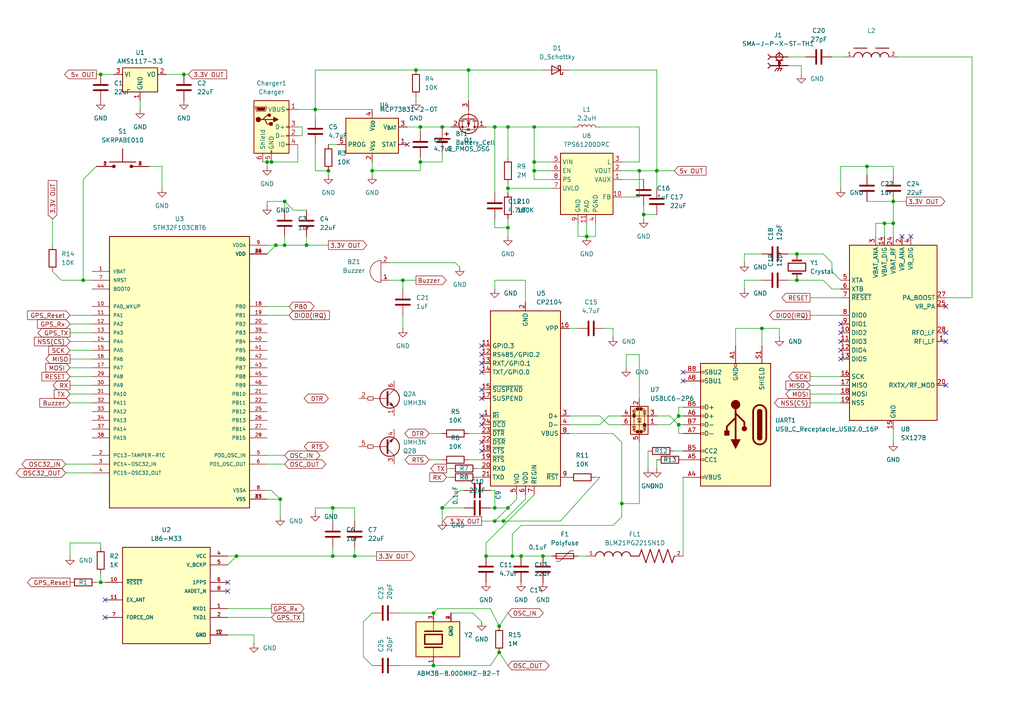
<source format=kicad_sch>
(kicad_sch (version 20250114) (generator "eeschema") (generator_version "9.0")
  (paper "A4")
  (junction (at 128.27 36.83))
  (junction (at 125.73 193.04))
  (junction (at 80.01 71.12))
  (junction (at 151.13 161.29))
  (junction (at 24.13 81.28))
  (junction (at 91.44 31.75))
  (junction (at 82.55 58.42))
  (junction (at 259.08 64.77))
  (junction (at 116.84 81.28))
  (junction (at 185.42 49.53))
  (junction (at 148.59 161.29))
  (junction (at 81.28 144.78))
  (junction (at 186.69 62.23))
  (junction (at 146.05 151.13))
  (junction (at 144.78 189.23))
  (junction (at 29.21 168.91))
  (junction (at 107.95 49.53))
  (junction (at 256.54 64.77))
  (junction (at 147.32 66.04))
  (junction (at 231.14 81.28))
  (junction (at 196.85 123.19))
  (junction (at 128.27 147.32))
  (junction (at 220.98 95.25))
  (junction (at 78.74 46.99))
  (junction (at 102.87 161.29))
  (junction (at 95.25 49.53))
  (junction (at 96.52 147.32))
  (junction (at 143.51 147.32))
  (junction (at 147.32 36.83))
  (junction (at 259.08 58.42))
  (junction (at 144.78 181.61))
  (junction (at 157.48 161.29))
  (junction (at 121.92 46.99))
  (junction (at 180.34 146.05))
  (junction (at 154.94 36.83))
  (junction (at 77.47 46.99))
  (junction (at 154.94 49.53))
  (junction (at 251.46 48.26))
  (junction (at 231.14 73.66))
  (junction (at 170.18 68.58))
  (junction (at 154.94 46.99))
  (junction (at 121.92 36.83))
  (junction (at 96.52 161.29))
  (junction (at 196.85 120.65))
  (junction (at 125.73 177.8))
  (junction (at 143.51 36.83))
  (junction (at 140.97 161.29))
  (junction (at 143.51 151.13))
  (junction (at 147.32 54.61))
  (junction (at 147.32 147.32))
  (junction (at 135.89 20.32))
  (junction (at 88.9 71.12))
  (junction (at 120.65 20.32))
  (junction (at 53.34 21.59))
  (junction (at 82.55 71.12))
  (junction (at 68.58 161.29))
  (junction (at 29.21 21.59))
  (junction (at 190.5 49.53))
  (no_connect (at 139.7 107.95))
  (no_connect (at 139.7 128.27))
  (no_connect (at 243.84 101.6))
  (no_connect (at 139.7 130.81))
  (no_connect (at 243.84 99.06))
  (no_connect (at 198.12 107.95))
  (no_connect (at 274.32 99.06))
  (no_connect (at 118.11 41.91))
  (no_connect (at 139.7 105.41))
  (no_connect (at 261.62 68.58))
  (no_connect (at 198.12 110.49))
  (no_connect (at 243.84 104.14))
  (no_connect (at 264.16 68.58))
  (no_connect (at 66.04 168.91))
  (no_connect (at 274.32 111.76))
  (no_connect (at 139.7 113.03))
  (no_connect (at 139.7 100.33))
  (no_connect (at 139.7 120.65))
  (no_connect (at 243.84 96.52))
  (no_connect (at 274.32 88.9))
  (no_connect (at 66.04 171.45))
  (no_connect (at 274.32 96.52))
  (no_connect (at 139.7 115.57))
  (no_connect (at 139.7 102.87))
  (no_connect (at 30.48 173.99))
  (no_connect (at 139.7 123.19))
  (no_connect (at 30.48 179.07))
  (no_connect (at 243.84 93.98))
  (wire (pts (xy 186.69 62.23) (xy 186.69 63.5)))
  (wire (pts (xy 196.85 118.11) (xy 196.85 120.65)))
  (wire (pts (xy 87.63 39.37) (xy 86.36 39.37)))
  (wire (pts (xy 147.32 66.04) (xy 147.32 68.58)))
  (wire (pts (xy 77.47 142.24) (xy 78.74 142.24)))
  (wire (pts (xy 73.66 186.69) (xy 73.66 184.15)))
  (wire (pts (xy 234.95 91.44) (xy 243.84 91.44)))
  (wire (pts (xy 226.06 97.79) (xy 226.06 95.25)))
  (wire (pts (xy 190.5 49.53) (xy 195.58 49.53)))
  (wire (pts (xy 102.87 147.32) (xy 102.87 151.13)))
  (wire (pts (xy 113.03 81.28) (xy 116.84 81.28)))
  (wire (pts (xy 27.94 168.91) (xy 29.21 168.91)))
  (wire (pts (xy 167.64 64.77) (xy 167.64 68.58)))
  (wire (pts (xy 154.94 46.99) (xy 154.94 49.53)))
  (wire (pts (xy 66.04 161.29) (xy 68.58 161.29)))
  (wire (pts (xy 142.24 176.53) (xy 144.78 181.61)))
  (wire (pts (xy 140.97 36.83) (xy 143.51 36.83)))
  (wire (pts (xy 143.51 66.04) (xy 147.32 66.04)))
  (wire (pts (xy 91.44 41.91) (xy 91.44 49.53)))
  (wire (pts (xy 20.32 157.48) (xy 29.21 157.48)))
  (wire (pts (xy 80.01 71.12) (xy 82.55 71.12)))
  (wire (pts (xy 20.32 101.6) (xy 26.67 101.6)))
  (wire (pts (xy 80.01 71.12) (xy 77.47 73.66)))
  (wire (pts (xy 172.72 64.77) (xy 172.72 68.58)))
  (wire (pts (xy 190.5 133.35) (xy 190.5 135.89)))
  (wire (pts (xy 274.32 86.36) (xy 281.94 86.36)))
  (wire (pts (xy 215.9 73.66) (xy 220.98 73.66)))
  (wire (pts (xy 241.3 16.51) (xy 245.11 16.51)))
  (wire (pts (xy 234.95 86.36) (xy 243.84 86.36)))
  (wire (pts (xy 241.3 76.2) (xy 241.3 78.74)))
  (wire (pts (xy 95.25 50.8) (xy 95.25 49.53)))
  (wire (pts (xy 120.65 29.21) (xy 120.65 27.94)))
  (wire (pts (xy 86.36 36.83) (xy 87.63 36.83)))
  (wire (pts (xy 185.42 102.87) (xy 185.42 115.57)))
  (wire (pts (xy 143.51 81.28) (xy 152.4 81.28)))
  (wire (pts (xy 121.92 36.83) (xy 128.27 36.83)))
  (wire (pts (xy 135.89 125.73) (xy 139.7 125.73)))
  (wire (pts (xy 20.32 93.98) (xy 26.67 93.98)))
  (wire (pts (xy 140.97 161.29) (xy 140.97 157.48)))
  (wire (pts (xy 78.74 142.24) (xy 81.28 144.78)))
  (wire (pts (xy 196.85 120.65) (xy 198.12 120.65)))
  (wire (pts (xy 190.5 62.23) (xy 186.69 62.23)))
  (wire (pts (xy 27.94 21.59) (xy 29.21 21.59)))
  (wire (pts (xy 96.52 161.29) (xy 102.87 161.29)))
  (wire (pts (xy 259.08 48.26) (xy 259.08 50.8)))
  (wire (pts (xy 107.95 193.04) (xy 105.41 190.5)))
  (wire (pts (xy 143.51 63.5) (xy 143.51 66.04)))
  (wire (pts (xy 128.27 46.99) (xy 121.92 46.99)))
  (wire (pts (xy 40.64 31.75) (xy 40.64 29.21)))
  (wire (pts (xy 19.05 134.62) (xy 26.67 134.62)))
  (wire (pts (xy 160.02 46.99) (xy 154.94 46.99)))
  (wire (pts (xy 20.32 109.22) (xy 26.67 109.22)))
  (wire (pts (xy 26.67 81.28) (xy 24.13 81.28)))
  (wire (pts (xy 102.87 158.75) (xy 102.87 161.29)))
  (wire (pts (xy 147.32 147.32) (xy 149.86 144.78)))
  (wire (pts (xy 91.44 147.32) (xy 96.52 147.32)))
  (wire (pts (xy 87.63 36.83) (xy 87.63 39.37)))
  (wire (pts (xy 165.1 95.25) (xy 167.64 95.25)))
  (wire (pts (xy 24.13 52.07) (xy 27.94 48.26)))
  (wire (pts (xy 190.5 123.19) (xy 194.31 123.19)))
  (wire (pts (xy 215.9 81.28) (xy 220.98 81.28)))
  (wire (pts (xy 152.4 81.28) (xy 152.4 87.63)))
  (wire (pts (xy 232.41 19.05) (xy 228.6 19.05)))
  (wire (pts (xy 135.89 20.32) (xy 135.89 29.21)))
  (wire (pts (xy 256.54 64.77) (xy 259.08 64.77)))
  (wire (pts (xy 125.73 193.04) (xy 142.24 193.04)))
  (wire (pts (xy 77.47 132.08) (xy 82.55 132.08)))
  (wire (pts (xy 137.16 177.8) (xy 139.7 180.34)))
  (wire (pts (xy 91.44 49.53) (xy 95.25 49.53)))
  (wire (pts (xy 142.24 147.32) (xy 143.51 147.32)))
  (wire (pts (xy 107.95 46.99) (xy 107.95 49.53)))
  (wire (pts (xy 102.87 161.29) (xy 109.22 161.29)))
  (wire (pts (xy 29.21 157.48) (xy 29.21 158.75)))
  (wire (pts (xy 77.47 91.44) (xy 83.82 91.44)))
  (wire (pts (xy 116.84 81.28) (xy 120.65 81.28)))
  (wire (pts (xy 185.42 46.99) (xy 185.42 36.83)))
  (wire (pts (xy 143.51 36.83) (xy 147.32 36.83)))
  (wire (pts (xy 231.14 73.66) (xy 238.76 73.66)))
  (wire (pts (xy 234.95 109.22) (xy 243.84 109.22)))
  (wire (pts (xy 180.34 146.05) (xy 185.42 146.05)))
  (wire (pts (xy 259.08 124.46) (xy 259.08 128.27)))
  (wire (pts (xy 148.59 161.29) (xy 151.13 161.29)))
  (wire (pts (xy 143.51 36.83) (xy 143.51 55.88)))
  (wire (pts (xy 20.32 96.52) (xy 26.67 96.52)))
  (wire (pts (xy 181.61 106.68) (xy 181.61 102.87)))
  (wire (pts (xy 147.32 63.5) (xy 147.32 66.04)))
  (wire (pts (xy 165.1 20.32) (xy 190.5 20.32)))
  (wire (pts (xy 88.9 60.96) (xy 85.09 60.96)))
  (wire (pts (xy 128.27 44.45) (xy 128.27 46.99)))
  (wire (pts (xy 148.59 161.29) (xy 148.59 154.94)))
  (wire (pts (xy 73.66 184.15) (xy 66.04 184.15)))
  (wire (pts (xy 118.11 36.83) (xy 121.92 36.83)))
  (wire (pts (xy 228.6 81.28) (xy 231.14 81.28)))
  (wire (pts (xy 160.02 54.61) (xy 147.32 54.61)))
  (wire (pts (xy 77.47 59.69) (xy 77.47 58.42)))
  (wire (pts (xy 105.41 180.34) (xy 107.95 177.8)))
  (wire (pts (xy 195.58 130.81) (xy 198.12 130.81)))
  (wire (pts (xy 127 176.53) (xy 125.73 177.8)))
  (wire (pts (xy 196.85 123.19) (xy 194.31 120.65)))
  (wire (pts (xy 81.28 149.86) (xy 81.28 144.78)))
  (wire (pts (xy 143.51 151.13) (xy 146.05 151.13)))
  (wire (pts (xy 147.32 177.8) (xy 144.78 181.61)))
  (wire (pts (xy 148.59 154.94) (xy 151.13 152.4)))
  (wire (pts (xy 107.95 49.53) (xy 121.92 49.53)))
  (wire (pts (xy 180.34 57.15) (xy 185.42 57.15)))
  (wire (pts (xy 91.44 20.32) (xy 91.44 31.75)))
  (wire (pts (xy 20.32 106.68) (xy 26.67 106.68)))
  (wire (pts (xy 147.32 45.72) (xy 147.32 36.83)))
  (wire (pts (xy 187.96 130.81) (xy 187.96 135.89)))
  (wire (pts (xy 85.09 60.96) (xy 82.55 58.42)))
  (wire (pts (xy 190.5 54.61) (xy 190.5 49.53)))
  (wire (pts (xy 91.44 31.75) (xy 91.44 34.29)))
  (wire (pts (xy 77.47 46.99) (xy 77.47 48.26)))
  (wire (pts (xy 154.94 36.83) (xy 166.37 36.83)))
  (wire (pts (xy 228.6 73.66) (xy 231.14 73.66)))
  (wire (pts (xy 77.47 144.78) (xy 81.28 144.78)))
  (wire (pts (xy 165.1 120.65) (xy 173.99 120.65)))
  (wire (pts (xy 198.12 138.43) (xy 198.12 161.29)))
  (wire (pts (xy 185.42 128.27) (xy 185.42 146.05)))
  (wire (pts (xy 143.51 142.24) (xy 143.51 147.32)))
  (wire (pts (xy 186.69 59.69) (xy 186.69 62.23)))
  (wire (pts (xy 260.35 16.51) (xy 281.94 16.51)))
  (wire (pts (xy 234.95 111.76) (xy 243.84 111.76)))
  (wire (pts (xy 68.58 161.29) (xy 96.52 161.29)))
  (wire (pts (xy 143.51 83.82) (xy 143.51 81.28)))
  (wire (pts (xy 162.56 151.13) (xy 173.99 138.43)))
  (wire (pts (xy 154.94 49.53) (xy 154.94 52.07)))
  (wire (pts (xy 46.99 48.26) (xy 46.99 54.61)))
  (wire (pts (xy 220.98 95.25) (xy 220.98 100.33)))
  (wire (pts (xy 181.61 102.87) (xy 185.42 102.87)))
  (wire (pts (xy 105.41 180.34) (xy 105.41 190.5)))
  (wire (pts (xy 29.21 166.37) (xy 29.21 168.91)))
  (wire (pts (xy 234.95 114.3) (xy 243.84 114.3)))
  (wire (pts (xy 29.21 168.91) (xy 30.48 168.91)))
  (wire (pts (xy 231.14 81.28) (xy 238.76 81.28)))
  (wire (pts (xy 180.34 128.27) (xy 177.8 125.73)))
  (wire (pts (xy 68.58 161.29) (xy 66.04 163.83)))
  (wire (pts (xy 251.46 48.26) (xy 251.46 50.8)))
  (wire (pts (xy 232.41 19.05) (xy 232.41 21.59)))
  (wire (pts (xy 77.47 134.62) (xy 82.55 134.62)))
  (wire (pts (xy 95.25 41.91) (xy 97.79 41.91)))
  (wire (pts (xy 251.46 58.42) (xy 259.08 58.42)))
  (wire (pts (xy 139.7 151.13) (xy 143.51 151.13)))
  (wire (pts (xy 135.89 133.35) (xy 139.7 133.35)))
  (wire (pts (xy 29.21 21.59) (xy 33.02 21.59)))
  (wire (pts (xy 121.92 36.83) (xy 121.92 38.1)))
  (wire (pts (xy 24.13 81.28) (xy 24.13 52.07)))
  (wire (pts (xy 243.84 48.26) (xy 251.46 48.26)))
  (wire (pts (xy 147.32 54.61) (xy 147.32 53.34)))
  (wire (pts (xy 180.34 49.53) (xy 185.42 49.53)))
  (wire (pts (xy 213.36 95.25) (xy 220.98 95.25)))
  (wire (pts (xy 173.99 123.19) (xy 176.53 120.65)))
  (wire (pts (xy 129.54 138.43) (xy 130.81 138.43)))
  (wire (pts (xy 177.8 95.25) (xy 175.26 95.25)))
  (wire (pts (xy 241.3 83.82) (xy 243.84 83.82)))
  (wire (pts (xy 256.54 64.77) (xy 256.54 68.58)))
  (wire (pts (xy 165.1 125.73) (xy 177.8 125.73)))
  (wire (pts (xy 215.9 76.2) (xy 215.9 73.66)))
  (wire (pts (xy 173.99 120.65) (xy 176.53 123.19)))
  (wire (pts (xy 128.27 36.83) (xy 130.81 36.83)))
  (wire (pts (xy 152.4 144.78) (xy 152.4 143.51)))
  (wire (pts (xy 151.13 161.29) (xy 157.48 161.29)))
  (wire (pts (xy 77.47 71.12) (xy 80.01 71.12)))
  (wire (pts (xy 142.24 193.04) (xy 144.78 189.23)))
  (wire (pts (xy 121.92 46.99) (xy 121.92 49.53)))
  (wire (pts (xy 157.48 161.29) (xy 160.02 161.29)))
  (wire (pts (xy 66.04 176.53) (xy 78.74 176.53)))
  (wire (pts (xy 46.99 48.26) (xy 43.18 48.26)))
  (wire (pts (xy 128.27 147.32) (xy 134.62 147.32)))
  (wire (pts (xy 19.05 137.16) (xy 26.67 137.16)))
  (wire (pts (xy 190.5 20.32) (xy 190.5 49.53)))
  (wire (pts (xy 107.95 31.75) (xy 91.44 31.75)))
  (wire (pts (xy 198.12 123.19) (xy 196.85 123.19)))
  (wire (pts (xy 24.13 81.28) (xy 17.78 81.28)))
  (wire (pts (xy 151.13 152.4) (xy 177.8 152.4)))
  (wire (pts (xy 20.32 99.06) (xy 26.67 99.06)))
  (wire (pts (xy 115.57 177.8) (xy 125.73 177.8)))
  (wire (pts (xy 251.46 48.26) (xy 259.08 48.26)))
  (wire (pts (xy 143.51 151.13) (xy 147.32 147.32)))
  (wire (pts (xy 196.85 123.19) (xy 196.85 125.73)))
  (wire (pts (xy 129.54 135.89) (xy 130.81 135.89)))
  (wire (pts (xy 124.46 125.73) (xy 128.27 125.73)))
  (wire (pts (xy 160.02 49.53) (xy 154.94 49.53)))
  (wire (pts (xy 86.36 31.75) (xy 91.44 31.75)))
  (wire (pts (xy 281.94 16.51) (xy 281.94 86.36)))
  (wire (pts (xy 134.62 142.24) (xy 133.35 142.24)))
  (wire (pts (xy 228.6 16.51) (xy 233.68 16.51)))
  (wire (pts (xy 113.03 76.2) (xy 132.08 76.2)))
  (wire (pts (xy 20.32 114.3) (xy 26.67 114.3)))
  (wire (pts (xy 82.55 68.58) (xy 82.55 71.12)))
  (wire (pts (xy 234.95 116.84) (xy 243.84 116.84)))
  (wire (pts (xy 20.32 104.14) (xy 26.67 104.14)))
  (wire (pts (xy 140.97 161.29) (xy 148.59 161.29)))
  (wire (pts (xy 96.52 158.75) (xy 96.52 161.29)))
  (wire (pts (xy 146.05 151.13) (xy 162.56 151.13)))
  (wire (pts (xy 82.55 71.12) (xy 88.9 71.12)))
  (wire (pts (xy 53.34 21.59) (xy 54.61 21.59)))
  (wire (pts (xy 116.84 91.44) (xy 116.84 95.25)))
  (wire (pts (xy 133.35 142.24) (xy 128.27 147.32)))
  (wire (pts (xy 143.51 142.24) (xy 142.24 142.24)))
  (wire (pts (xy 196.85 120.65) (xy 194.31 123.19)))
  (wire (pts (xy 215.9 83.82) (xy 215.9 81.28)))
  (wire (pts (xy 20.32 111.76) (xy 26.67 111.76)))
  (wire (pts (xy 147.32 193.04) (xy 144.78 189.23)))
  (wire (pts (xy 127 176.53) (xy 142.24 176.53)))
  (wire (pts (xy 135.89 20.32) (xy 157.48 20.32)))
  (wire (pts (xy 180.34 146.05) (xy 180.34 149.86)))
  (wire (pts (xy 15.24 63.5) (xy 15.24 71.12)))
  (wire (pts (xy 165.1 123.19) (xy 173.99 123.19)))
  (wire (pts (xy 138.43 138.43) (xy 139.7 138.43)))
  (wire (pts (xy 88.9 68.58) (xy 88.9 71.12)))
  (wire (pts (xy 96.52 147.32) (xy 96.52 151.13)))
  (wire (pts (xy 132.08 76.2) (xy 133.35 77.47)))
  (wire (pts (xy 185.42 49.53) (xy 190.5 49.53)))
  (wire (pts (xy 76.2 46.99) (xy 77.47 46.99)))
  (wire (pts (xy 107.95 49.53) (xy 107.95 50.8)))
  (wire (pts (xy 96.52 147.32) (xy 102.87 147.32)))
  (wire (pts (xy 259.08 64.77) (xy 259.08 68.58)))
  (wire (pts (xy 176.53 120.65) (xy 180.34 120.65)))
  (wire (pts (xy 78.74 46.99) (xy 77.47 46.99)))
  (wire (pts (xy 185.42 46.99) (xy 180.34 46.99)))
  (wire (pts (xy 241.3 78.74) (xy 243.84 81.28)))
  (wire (pts (xy 154.94 36.83) (xy 154.94 46.99)))
  (wire (pts (xy 238.76 81.28) (xy 241.3 83.82)))
  (wire (pts (xy 147.32 54.61) (xy 147.32 55.88)))
  (wire (pts (xy 88.9 71.12) (xy 95.25 71.12)))
  (wire (pts (xy 128.27 151.13) (xy 128.27 147.32)))
  (wire (pts (xy 124.46 133.35) (xy 128.27 133.35)))
  (wire (pts (xy 120.65 20.32) (xy 91.44 20.32)))
  (wire (pts (xy 259.08 58.42) (xy 262.89 58.42)))
  (wire (pts (xy 172.72 68.58) (xy 170.18 68.58)))
  (wire (pts (xy 86.36 46.99) (xy 78.74 46.99)))
  (wire (pts (xy 149.86 144.78) (xy 149.86 143.51)))
  (wire (pts (xy 20.32 116.84) (xy 26.67 116.84)))
  (wire (pts (xy 86.36 41.91) (xy 86.36 46.99)))
  (wire (pts (xy 180.34 52.07) (xy 186.69 52.07)))
  (wire (pts (xy 115.57 193.04) (xy 125.73 193.04)))
  (wire (pts (xy 226.06 95.25) (xy 220.98 95.25)))
  (wire (pts (xy 20.32 91.44) (xy 26.67 91.44)))
  (wire (pts (xy 77.47 58.42) (xy 82.55 58.42)))
  (wire (pts (xy 176.53 123.19) (xy 180.34 123.19)))
  (wire (pts (xy 254 64.77) (xy 254 68.58)))
  (wire (pts (xy 116.84 83.82) (xy 116.84 81.28)))
  (wire (pts (xy 177.8 97.79) (xy 177.8 95.25)))
  (wire (pts (xy 143.51 147.32) (xy 147.32 147.32)))
  (wire (pts (xy 130.81 177.8) (xy 137.16 177.8)))
  (wire (pts (xy 120.65 20.32) (xy 135.89 20.32)))
  (wire (pts (xy 185.42 57.15) (xy 185.42 49.53)))
  (wire (pts (xy 170.18 64.77) (xy 170.18 68.58)))
  (wire (pts (xy 167.64 68.58) (xy 170.18 68.58)))
  (wire (pts (xy 173.99 138.43) (xy 172.72 138.43)))
  (wire (pts (xy 140.97 157.48) (xy 154.94 143.51)))
  (wire (pts (xy 160.02 52.07) (xy 154.94 52.07)))
  (wire (pts (xy 254 64.77) (xy 256.54 64.77)))
  (wire (pts (xy 177.8 152.4) (xy 180.34 149.86)))
  (wire (pts (xy 48.26 21.59) (xy 53.34 21.59)))
  (wire (pts (xy 147.32 36.83) (xy 154.94 36.83)))
  (wire (pts (xy 238.76 73.66) (xy 241.3 76.2)))
  (wire (pts (xy 91.44 147.32) (xy 91.44 148.59)))
  (wire (pts (xy 77.47 88.9) (xy 83.82 88.9)))
  (wire (pts (xy 213.36 95.25) (xy 213.36 100.33)))
  (wire (pts (xy 82.55 58.42) (xy 82.55 60.96)))
  (wire (pts (xy 17.78 81.28) (xy 15.24 78.74)))
  (wire (pts (xy 138.43 135.89) (xy 139.7 135.89)))
  (wire (pts (xy 121.92 45.72) (xy 121.92 46.99)))
  (wire (pts (xy 20.32 161.29) (xy 20.32 157.48)))
  (wire (pts (xy 66.04 179.07) (xy 78.74 179.07)))
  (wire (pts (xy 196.85 125.73) (xy 198.12 125.73)))
  (wire (pts (xy 146.05 151.13) (xy 152.4 144.78)))
  (wire (pts (xy 259.08 58.42) (xy 259.08 64.77)))
  (wire (pts (xy 243.84 54.61) (xy 243.84 48.26)))
  (wire (pts (xy 185.42 36.83) (xy 173.99 36.83)))
  (wire (pts (xy 180.34 128.27) (xy 180.34 146.05)))
  (wire (pts (xy 196.85 118.11) (xy 198.12 118.11)))
  (wire (pts (xy 167.64 161.29) (xy 170.18 161.29)))
  (wire (pts (xy 190.5 120.65) (xy 194.31 120.65)))
  (global_label "OSC32_IN" (shape bidirectional) (at 19.05 134.62 180) (property "Intersheetrefs" "${INTERSHEET_REFS}" (effects (hide yes))))
  (global_label "GPS_TX" (shape input) (at 78.74 179.07 0) (property "Intersheetrefs" "${INTERSHEET_REFS}" (effects (hide yes))))
  (global_label "5v OUT" (shape input) (at 195.58 49.53 0) (property "Intersheetrefs" "${INTERSHEET_REFS}" (effects (hide yes))))
  (global_label "SCK" (shape output) (at 234.95 109.22 180) (property "Intersheetrefs" "${INTERSHEET_REFS}" (effects (hide yes))))
  (global_label "GPS_TX" (shape output) (at 20.32 96.52 180) (property "Intersheetrefs" "${INTERSHEET_REFS}" (effects (hide yes))))
  (global_label "5v OUT" (shape output) (at 27.94 21.59 180) (property "Intersheetrefs" "${INTERSHEET_REFS}" (effects (hide yes))))
  (global_label "3.3V OUT" (shape output) (at 139.7 151.13 180) (property "Intersheetrefs" "${INTERSHEET_REFS}" (effects (hide yes))))
  (global_label "RTS" (shape bidirectional) (at 95.25 129.54 180) (property "Intersheetrefs" "${INTERSHEET_REFS}" (effects (hide yes))))
  (global_label "DIO0(IRQ)" (shape input) (at 83.82 91.44 0) (property "Intersheetrefs" "${INTERSHEET_REFS}" (effects (hide yes))))
  (global_label "MOSI" (shape output) (at 234.95 114.3 180) (property "Intersheetrefs" "${INTERSHEET_REFS}" (effects (hide yes))))
  (global_label "GPS_Rx" (shape output) (at 78.74 176.53 0) (property "Intersheetrefs" "${INTERSHEET_REFS}" (effects (hide yes))))
  (global_label "3.3V OUT" (shape input) (at 15.24 63.5 90) (property "Intersheetrefs" "${INTERSHEET_REFS}" (effects (hide yes))))
  (global_label "OSC_IN" (shape bidirectional) (at 82.55 132.08 0) (property "Intersheetrefs" "${INTERSHEET_REFS}" (effects (hide yes))))
  (global_label "TX" (shape input) (at 20.32 114.3 180) (property "Intersheetrefs" "${INTERSHEET_REFS}" (effects (hide yes))))
  (global_label "RESET" (shape input) (at 20.32 109.22 180) (property "Intersheetrefs" "${INTERSHEET_REFS}" (effects (hide yes))))
  (global_label "PB0" (shape bidirectional) (at 83.82 88.9 0) (property "Intersheetrefs" "${INTERSHEET_REFS}" (effects (hide yes))))
  (global_label "3.3V OUT" (shape output) (at 109.22 161.29 0) (property "Intersheetrefs" "${INTERSHEET_REFS}" (effects (hide yes))))
  (global_label "3.3V OUT" (shape input) (at 54.61 21.59 0) (property "Intersheetrefs" "${INTERSHEET_REFS}" (effects (hide yes))))
  (global_label "OSC_IN" (shape bidirectional) (at 147.32 177.8 0) (property "Intersheetrefs" "${INTERSHEET_REFS}" (effects (hide yes))))
  (global_label "RX" (shape output) (at 20.32 111.76 180) (property "Intersheetrefs" "${INTERSHEET_REFS}" (effects (hide yes))))
  (global_label "Buzzer" (shape output) (at 120.65 81.28 0) (property "Intersheetrefs" "${INTERSHEET_REFS}" (effects (hide yes))))
  (global_label "OSC_OUT" (shape bidirectional) (at 82.55 134.62 0) (property "Intersheetrefs" "${INTERSHEET_REFS}" (effects (hide yes))))
  (global_label "SCK" (shape input) (at 20.32 101.6 180) (property "Intersheetrefs" "${INTERSHEET_REFS}" (effects (hide yes))))
  (global_label "MOSI" (shape input) (at 20.32 106.68 180) (property "Intersheetrefs" "${INTERSHEET_REFS}" (effects (hide yes))))
  (global_label "GPS_Reset" (shape input) (at 20.32 91.44 180) (property "Intersheetrefs" "${INTERSHEET_REFS}" (effects (hide yes))))
  (global_label "MISO" (shape input) (at 234.95 111.76 180) (property "Intersheetrefs" "${INTERSHEET_REFS}" (effects (hide yes))))
  (global_label "DTR" (shape bidirectional) (at 124.46 125.73 180) (property "Intersheetrefs" "${INTERSHEET_REFS}" (effects (hide yes))))
  (global_label "GPS_Reset" (shape output) (at 20.32 168.91 180) (property "Intersheetrefs" "${INTERSHEET_REFS}" (effects (hide yes))))
  (global_label "OSC_OUT" (shape bidirectional) (at 147.32 193.04 0) (property "Intersheetrefs" "${INTERSHEET_REFS}" (effects (hide yes))))
  (global_label "Buzzer" (shape input) (at 20.32 116.84 180) (property "Intersheetrefs" "${INTERSHEET_REFS}" (effects (hide yes))))
  (global_label "RTS" (shape bidirectional) (at 124.46 133.35 180) (property "Intersheetrefs" "${INTERSHEET_REFS}" (effects (hide yes))))
  (global_label "TX" (shape output) (at 129.54 135.89 180) (property "Intersheetrefs" "${INTERSHEET_REFS}" (effects (hide yes))))
  (global_label "DIO0(IRQ)" (shape output) (at 234.95 91.44 180) (property "Intersheetrefs" "${INTERSHEET_REFS}" (effects (hide yes))))
  (global_label "NSS(CS)" (shape input) (at 20.32 99.06 180) (property "Intersheetrefs" "${INTERSHEET_REFS}" (effects (hide yes))))
  (global_label "RX" (shape input) (at 129.54 138.43 180) (property "Intersheetrefs" "${INTERSHEET_REFS}" (effects (hide yes))))
  (global_label "GPS_Rx" (shape input) (at 20.32 93.98 180) (property "Intersheetrefs" "${INTERSHEET_REFS}" (effects (hide yes))))
  (global_label "MISO" (shape output) (at 20.32 104.14 180) (property "Intersheetrefs" "${INTERSHEET_REFS}" (effects (hide yes))))
  (global_label "OSC32_OUT" (shape bidirectional) (at 19.05 137.16 180) (property "Intersheetrefs" "${INTERSHEET_REFS}" (effects (hide yes))))
  (global_label "3.3V OUT" (shape output) (at 262.89 58.42 0) (property "Intersheetrefs" "${INTERSHEET_REFS}" (effects (hide yes))))
  (global_label "RESET" (shape output) (at 234.95 86.36 180) (property "Intersheetrefs" "${INTERSHEET_REFS}" (effects (hide yes))))
  (global_label "DTR" (shape bidirectional) (at 95.25 115.57 180) (property "Intersheetrefs" "${INTERSHEET_REFS}" (effects (hide yes))))
  (global_label "NSS(CS)" (shape output) (at 234.95 116.84 180) (property "Intersheetrefs" "${INTERSHEET_REFS}" (effects (hide yes))))
  (global_label "3.3V OUT" (shape output) (at 95.25 71.12 0) (property "Intersheetrefs" "${INTERSHEET_REFS}" (effects (hide yes))))
  (symbol (lib_id "power:GND") (at 151.13 168.91 0) (unit 1)
    (property "Reference" "#PWR019" (effects (hide yes)))
    (property "Value" "GND" (at 151.13 173.99 0))
    (property "Description" "Power symbol creates a global label with name \"GND\" , ground" (effects (hide yes)))
  )
  (symbol (lib_id "power:GND") (at 77.47 48.26 0) (unit 1)
    (property "Reference" "#PWR06" (effects (hide yes)))
    (property "Value" "GND" (at 77.47 53.34 0))
    (property "Description" "Power symbol creates a global label with name \"GND\" , ground" (effects (hide yes)))
  )
  (symbol (lib_id "Device:R") (at 191.77 130.81 90) (unit 1)
    (property "Reference" "R12" (at 191.77 130.81 90))
    (property "Value" "5.1K" (effects (hide yes)))
    (property "Footprint" "Resistor_SMD:R_0402_1005Metric" (effects (hide yes)))
    (property "Description" "Resistor" (effects (hide yes)))
  )
  (symbol (lib_id "Device:C") (at 138.43 142.24 270) (unit 1)
    (property "Reference" "C9" (at 144.526 142.24 0) (effects (justify left)))
    (property "Value" "0.1uF" (at 132.08 140.97 0) (effects (justify left)))
    (property "Footprint" "Capacitor_SMD:C_0603_1608Metric" (effects (hide yes)))
    (property "Description" "Unpolarized capacitor" (effects (hide yes)))
  )
  (symbol (lib_id "WE-TPC_2811:WE-TPC_2811") (at 252.73 16.51 0) (unit 1)
    (property "Reference" "L2" (at 252.73 8.89 0))
    (property "Value" "WE-TPC_2811" (effects (hide yes)))
    (property "Footprint" "WE-TPC_2811:WE-TPC_2811" (effects (hide yes)))
    (property "DigiKey_Part_Number" "732-3694-2-ND" (effects (hide yes)))
    (property "SnapEDA_Link" "https://www.snapeda.com/parts/744028000056/W%25C3%25BCrth+Elektronik+Midcom/view-part/?ref=snap" (effects (hide yes)))
    (property "Description_1" "WE-TPC Series; Shielded Wire-wound SMD Inductor with Ferrite Core, 56 nH | Wurth Electronics 744028000056" (effects (hide yes)))
    (property "MF" "Würth Elektronik" (effects (hide yes)))
    (property "Package" "Nonstandard Wurth Electronics" (effects (hide yes)))
    (property "Check_prices" "https://www.snapeda.com/parts/744028000056/W%25C3%25BCrth+Elektronik+Midcom/view-part/?ref=eda" (effects (hide yes)))
    (property "MP" "744028000056" (effects (hide yes)))
  )
  (symbol (lib_id "Device:R") (at 132.08 133.35 90) (unit 1)
    (property "Reference" "R6" (at 132.08 127 90))
    (property "Value" "10K" (at 132.08 129.54 90))
    (property "Footprint" "Resistor_SMD:R_0603_1608Metric" (effects (hide yes)))
    (property "Description" "Resistor" (effects (hide yes)))
  )
  (symbol (lib_id "power:GND") (at 143.51 83.82 0) (unit 1)
    (property "Reference" "#PWR020" (effects (hide yes)))
    (property "Value" "GND" (at 146.05 85.0899 0) (effects (justify left)))
    (property "Description" "Power symbol creates a global label with name \"GND\" , ground" (effects (hide yes)))
  )
  (symbol (lib_id "power:GND") (at 133.35 77.47 0) (unit 1)
    (property "Reference" "#PWR035" (effects (hide yes)))
    (property "Value" "GND" (at 133.35 82.55 0))
    (property "Description" "Power symbol creates a global label with name \"GND\" , ground" (effects (hide yes)))
  )
  (symbol (lib_id "Device:C") (at 143.51 59.69 0) (unit 1)
    (property "Reference" "C12" (at 147.32 58.4199 0) (effects (justify left)))
    (property "Value" "4.7uF" (at 147.32 60.9599 0) (effects (justify left)))
    (property "Footprint" "Capacitor_SMD:C_0603_1608Metric" (effects (hide yes)))
    (property "Description" "Unpolarized capacitor" (effects (hide yes)))
  )
  (symbol (lib_id "power:GND") (at 187.96 135.89 0) (unit 1)
    (property "Reference" "#PWR026" (effects (hide yes)))
    (property "Value" "GND" (at 187.96 140.97 0))
    (property "Description" "Power symbol creates a global label with name \"GND\" , ground" (effects (hide yes)))
  )
  (symbol (lib_id "BLM21PG221SN1D:BLM21PG221SN1D") (at 185.42 161.29 0) (unit 1)
    (property "Reference" "FL1" (at 184.15 154.94 0))
    (property "Value" "BLM21PG221SN1D" (at 184.15 157.48 0))
    (property "Footprint" "BLM21PG221SN1D:BEADC2012X105N" (effects (hide yes)))
    (property "MF" "Murata" (effects (hide yes)))
    (property "Description_1" "220 Ohms @ 100 MHz 1 Power Line Ferrite Bead 0805 (2012 Metric) 2A 45mOhm" (effects (hide yes)))
    (property "Package" "2012 Murata" (effects (hide yes)))
    (property "Price" "None" (effects (hide yes)))
    (property "SnapEDA_Link" "https://www.snapeda.com/parts/BLM21PG221SN1D/Murata/view-part/?ref=snap" (effects (hide yes)))
    (property "MP" "BLM21PG221SN1D" (effects (hide yes)))
    (property "Availability" "In Stock" (effects (hide yes)))
    (property "Check_prices" "https://www.snapeda.com/parts/BLM21PG221SN1D/Murata/view-part/?ref=eda" (effects (hide yes)))
  )
  (symbol (lib_id "power:GND") (at 77.47 59.69 0) (unit 1)
    (property "Reference" "#PWR07" (effects (hide yes)))
    (property "Value" "GND" (at 80.01 60.9599 0) (effects (justify left)))
    (property "Description" "Power symbol creates a global label with name \"GND\" , ground" (effects (hide yes)))
  )
  (symbol (lib_id "Device:R") (at 132.08 125.73 90) (unit 1)
    (property "Reference" "R5" (at 132.08 119.38 90))
    (property "Value" "10K" (at 132.08 121.92 90))
    (property "Footprint" "Resistor_SMD:R_0603_1608Metric" (effects (hide yes)))
    (property "Description" "Resistor" (effects (hide yes)))
  )
  (symbol (lib_id "Device:C") (at 88.9 64.77 0) (unit 1)
    (property "Reference" "C4" (at 92.71 63.4999 0) (effects (justify left)))
    (property "Value" "22uF" (at 92.71 66.0399 0) (effects (justify left)))
    (property "Footprint" "Capacitor_SMD:C_0805_2012Metric" (effects (hide yes)))
    (property "Description" "Unpolarized capacitor" (effects (hide yes)))
  )
  (symbol (lib_id "RF:SX1278") (at 259.08 96.52 0) (unit 1)
    (property "Reference" "U8" (at 261.2233 124.46 0) (effects (justify left)))
    (property "Value" "SX1278" (at 261.2233 127 0) (effects (justify left)))
    (property "Footprint" "Package_DFN_QFN:QFN-28-1EP_6x6mm_P0.65mm_EP4.8x4.8mm" (effects (hide yes)))
    (property "Datasheet" "https://semtech.my.salesforce.com/sfc/p/#E0000000JelG/a/2R0000001Rbr/6EfVZUorrpoKFfvaF_Fkpgp5kzjiNyiAbqcpqh9qSjE" (effects (hide yes)))
    (property "Description" "137 MHz to 525 MHz Low Power Long Range Transceiver, spreading factor from 6 to 12, LoRA, QFN-28" (effects (hide yes)))
  )
  (symbol (lib_id "power:GND") (at 139.7 180.34 0) (unit 1)
    (property "Reference" "#PWR036" (effects (hide yes)))
    (property "Value" "GND" (at 139.7 185.42 0))
    (property "Description" "Power symbol creates a global label with name \"GND\" , ground" (effects (hide yes)))
  )
  (symbol (lib_id "Regulator_Linear:AMS1117-3.3") (at 40.64 21.59 0) (unit 1)
    (property "Reference" "U1" (at 40.64 15.24 0))
    (property "Value" "AMS1117-3.3" (at 40.64 17.78 0))
    (property "Footprint" "Package_TO_SOT_SMD:SOT-223-3_TabPin2" (effects (hide yes)))
    (property "Datasheet" "http://www.advanced-monolithic.com/pdf/ds1117.pdf" (effects (hide yes)))
    (property "Description" "1A Low Dropout regulator, positive, 3.3V fixed output, SOT-223" (effects (hide yes)))
  )
  (symbol (lib_id "Device:R") (at 147.32 49.53 0) (unit 1)
    (property "Reference" "R9" (at 149.86 48.2599 0) (effects (justify left)))
    (property "Value" "2M" (at 149.86 50.7999 0) (effects (justify left)))
    (property "Footprint" "Resistor_SMD:R_1210_3225Metric" (effects (hide yes)))
    (property "Description" "Resistor" (effects (hide yes)))
  )
  (symbol (lib_id "Device:C") (at 224.79 81.28 90) (unit 1)
    (property "Reference" "C19" (at 223.5199 77.47 0) (effects (justify left)))
    (property "Value" "12pF" (at 226.0599 77.47 0) (effects (justify left)))
    (property "Footprint" "Capacitor_SMD:C_0402_1005Metric" (effects (hide yes)))
    (property "Description" "Unpolarized capacitor" (effects (hide yes)))
  )
  (symbol (lib_id "power:GND") (at 120.65 29.21 0) (unit 1)
    (property "Reference" "#PWR014" (effects (hide yes)))
    (property "Value" "GND" (at 120.65 34.29 0))
    (property "Description" "Power symbol creates a global label with name \"GND\" , ground" (effects (hide yes)))
  )
  (symbol (lib_id "Device:R") (at 24.13 168.91 90) (unit 1)
    (property "Reference" "R1" (at 24.13 168.91 90))
    (property "Value" "100R" (effects (hide yes)))
    (property "Footprint" "Resistor_SMD:R_0402_1005Metric" (effects (hide yes)))
    (property "Description" "Resistor" (effects (hide yes)))
  )
  (symbol (lib_id "power:GND") (at 53.34 29.21 0) (unit 1)
    (property "Reference" "#PWR04" (effects (hide yes)))
    (property "Value" "GND" (at 53.34 34.29 0))
    (property "Description" "Power symbol creates a global label with name \"GND\" , ground" (effects (hide yes)))
  )
  (symbol (lib_id "Device:C") (at 116.84 87.63 0) (unit 1)
    (property "Reference" "C21" (at 120.65 86.3599 0) (effects (justify left)))
    (property "Value" "1uF" (at 120.65 88.8999 0) (effects (justify left)))
    (property "Footprint" "Capacitor_SMD:C_0603_1608Metric" (effects (hide yes)))
    (property "Description" "Unpolarized capacitor" (effects (hide yes)))
  )
  (symbol (lib_id "Power_Protection:USBLC6-2P6") (at 185.42 123.19 180) (unit 1)
    (property "Reference" "U7" (at 188.5381 113.03 0) (effects (justify right)))
    (property "Value" "USBLC6-2P6" (at 188.5381 115.57 0) (effects (justify right)))
    (property "Footprint" "Package_TO_SOT_SMD:SOT-666" (effects (hide yes)))
    (property "Datasheet" "https://www.st.com/resource/en/datasheet/usblc6-2.pdf" (effects (hide yes)))
    (property "Description" "Very low capacitance ESD protection diode, 2 data-line, SOT-666" (effects (hide yes)))
  )
  (symbol (lib_id "Device:R") (at 15.24 74.93 0) (unit 1)
    (property "Reference" "R14" (at 17.78 73.6599 0) (effects (justify left)))
    (property "Value" "10K" (at 17.78 76.1999 0) (effects (justify left)))
    (property "Footprint" "Resistor_SMD:R_0603_1608Metric" (effects (hide yes)))
    (property "Description" "Resistor" (effects (hide yes)))
  )
  (symbol (lib_id "power:GND") (at 140.97 168.91 0) (unit 1)
    (property "Reference" "#PWR017" (effects (hide yes)))
    (property "Value" "GND" (at 140.97 173.99 0))
    (property "Description" "Power symbol creates a global label with name \"GND\" , ground" (effects (hide yes)))
  )
  (symbol (lib_id "Device:R") (at 120.65 24.13 0) (unit 1)
    (property "Reference" "R4" (at 123.19 22.8599 0) (effects (justify left)))
    (property "Value" "10K" (at 123.19 25.3999 0) (effects (justify left)))
    (property "Footprint" "Resistor_SMD:R_0603_1608Metric" (effects (hide yes)))
    (property "Description" "Resistor" (effects (hide yes)))
  )
  (symbol (lib_id "Device:Polyfuse") (at 163.83 161.29 90) (unit 1)
    (property "Reference" "F1" (at 163.83 154.94 90))
    (property "Value" "Polyfuse" (at 163.83 157.48 90))
    (property "Footprint" "Resistor_SMD:R_0603_1608Metric" (effects (hide yes)))
    (property "Description" "Resettable fuse, polymeric positive temperature coefficient" (effects (hide yes)))
  )
  (symbol (lib_id "Device:R") (at 29.21 162.56 0) (unit 1)
    (property "Reference" "R2" (at 31.75 161.2899 0) (effects (justify left)))
    (property "Value" "1K" (at 31.75 163.8299 0) (effects (justify left)))
    (property "Footprint" "Resistor_SMD:R_0603_1608Metric" (effects (hide yes)))
    (property "Description" "Resistor" (effects (hide yes)))
  )
  (symbol (lib_id "Device:C") (at 151.13 165.1 0) (unit 1)
    (property "Reference" "C13" (at 154.94 163.8299 0) (effects (justify left)))
    (property "Value" "22uF" (at 154.94 166.3699 0) (effects (justify left)))
    (property "Footprint" "Capacitor_SMD:C_0805_2012Metric" (effects (hide yes)))
    (property "Description" "Unpolarized capacitor" (effects (hide yes)))
  )
  (symbol (lib_id "power:GND") (at 157.48 168.91 0) (unit 1)
    (property "Reference" "#PWR021" (effects (hide yes)))
    (property "Value" "GND" (at 157.48 173.99 0))
    (property "Description" "Power symbol creates a global label with name \"GND\" , ground" (effects (hide yes)))
  )
  (symbol (lib_id "Device:C") (at 138.43 147.32 90) (unit 1)
    (property "Reference" "C10" (at 138.43 139.7 90))
    (property "Value" "22uF" (at 138.43 142.24 90))
    (property "Footprint" "Capacitor_SMD:C_0805_2012Metric" (effects (hide yes)))
    (property "Description" "Unpolarized capacitor" (effects (hide yes)))
  )
  (symbol (lib_id "power:GND") (at 128.27 151.13 0) (unit 1)
    (property "Reference" "#PWR016" (effects (hide yes)))
    (property "Value" "GND" (at 130.81 152.3999 0) (effects (justify left)))
    (property "Description" "Power symbol creates a global label with name \"GND\" , ground" (effects (hide yes)))
  )
  (symbol (lib_id "Device:R") (at 147.32 59.69 0) (unit 1)
    (property "Reference" "R10" (at 149.86 58.4199 0) (effects (justify left)))
    (property "Value" "180K" (at 149.86 60.9599 0) (effects (justify left)))
    (property "Footprint" "Resistor_SMD:R_1210_3225Metric" (effects (hide yes)))
    (property "Description" "Resistor" (effects (hide yes)))
  )
  (symbol (lib_id "power:GND") (at 116.84 95.25 0) (unit 1)
    (property "Reference" "#PWR032" (effects (hide yes)))
    (property "Value" "GND" (at 116.84 100.33 0))
    (property "Description" "Power symbol creates a global label with name \"GND\" , ground" (effects (hide yes)))
  )
  (symbol (lib_id "SKRPABE010:SKRPABE010") (at 35.56 48.26 0) (unit 1)
    (property "Reference" "S1" (at 35.56 38.1 0))
    (property "Value" "SKRPABE010" (at 35.56 40.64 0))
    (property "Footprint" "Diode_SMD:SW_SKRPABE010" (effects (hide yes)))
    (property "MF" "ALPS" (effects (hide yes)))
    (property "MAXIMUM_PACKAGE_HEIGHT" "2.5 mm" (effects (hide yes)))
    (property "Package" "None" (effects (hide yes)))
    (property "Price" "None" (effects (hide yes)))
    (property "Check_prices" "https://www.snapeda.com/parts/SKRPABE010/ALPS/view-part/?ref=eda" (effects (hide yes)))
    (property "STANDARD" "Manufacturer Recommendations" (effects (hide yes)))
    (property "SnapEDA_Link" "https://www.snapeda.com/parts/SKRPABE010/ALPS/view-part/?ref=snap" (effects (hide yes)))
    (property "MP" "SKRPABE010" (effects (hide yes)))
    (property "Description_1" "Switch Tactile N.O. SPST Button J-Bend 0.05A 16VDC 1.57N SMD Automotive T/R" (effects (hide yes)))
    (property "Availability" "In Stock" (effects (hide yes)))
    (property "MANUFACTURER" "Alps" (effects (hide yes)))
  )
  (symbol (lib_id "STM32F103C8T6:STM32F103C8T6") (at 52.07 109.22 0) (unit 1)
    (property "Reference" "U3" (at 52.07 63.5 0))
    (property "Value" "STM32F103C8T6" (at 52.07 66.04 0))
    (property "Footprint" "STM32F103C8T6:QFP50P900X900X160-48N" (effects (hide yes)))
    (property "MF" "STMicroelectronics" (effects (hide yes)))
    (property "Description_1" "ARM® Cortex®-M3 STM32F1 Microcontroller IC 32-Bit 72MHz 64KB (64K x 8) FLASH 48-LQFP (7x7)" (effects (hide yes)))
    (property "Package" "LQFP-48 STMicroelectronics" (effects (hide yes)))
    (property "Price" "None" (effects (hide yes)))
    (property "Check_prices" "https://www.snapeda.com/parts/STM32F103C8T6/STMicroelectronics/view-part/?ref=eda" (effects (hide yes)))
    (property "STANDARD" "IPC7351B" (effects (hide yes)))
    (property "PARTREV" "10" (effects (hide yes)))
    (property "SnapEDA_Link" "https://www.snapeda.com/parts/STM32F103C8T6/STMicroelectronics/view-part/?ref=snap" (effects (hide yes)))
    (property "MP" "STM32F103C8T6" (effects (hide yes)))
    (property "Availability" "In Stock" (effects (hide yes)))
    (property "MANUFACTURER" "ST Microelectronics" (effects (hide yes)))
  )
  (symbol (lib_id "Device:C") (at 91.44 38.1 0) (unit 1)
    (property "Reference" "C5" (at 95.25 36.8299 0) (effects (justify left)))
    (property "Value" "4.7uF" (at 95.25 39.3699 0) (effects (justify left)))
    (property "Footprint" "Capacitor_SMD:C_0603_1608Metric" (effects (hide yes)))
    (property "Description" "Unpolarized capacitor" (effects (hide yes)))
  )
  (symbol (lib_id "Device:C") (at 190.5 58.42 0) (unit 1)
    (property "Reference" "C17" (at 194.31 57.1499 0) (effects (justify left)))
    (property "Value" "22uF" (at 194.31 59.6899 0) (effects (justify left)))
    (property "Footprint" "Capacitor_SMD:C_0805_2012Metric" (effects (hide yes)))
    (property "Description" "Unpolarized capacitor" (effects (hide yes)))
  )
  (symbol (lib_id "Device:C") (at 96.52 154.94 0) (unit 1)
    (property "Reference" "C6" (at 100.33 153.6699 0) (effects (justify left)))
    (property "Value" "1uF" (at 100.33 156.2099 0) (effects (justify left)))
    (property "Footprint" "Capacitor_SMD:C_0603_1608Metric" (effects (hide yes)))
    (property "Description" "Unpolarized capacitor" (effects (hide yes)))
  )
  (symbol (lib_id "Interface_USB:CP2104") (at 152.4 115.57 180) (unit 1)
    (property "Reference" "U5" (at 155.5181 85.09 0) (effects (justify right)))
    (property "Value" "CP2104" (at 155.5181 87.63 0) (effects (justify right)))
    (property "Footprint" "Package_DFN_QFN:QFN-24-1EP_4x4mm_P0.5mm_EP2.6x2.6mm" (effects (hide yes)))
    (property "Datasheet" "https://www.silabs.com/documents/public/data-sheets/cp2104.pdf" (effects (hide yes)))
    (property "Description" "Single-Chip USB-to-UART Bridge, USB 2.0 Full-Speed, 2Mbps UART, QFN-24" (effects (hide yes)))
  )
  (symbol (lib_id "power:GND") (at 232.41 21.59 0) (unit 1)
    (property "Reference" "#PWR031" (effects (hide yes)))
    (property "Value" "GND" (at 234.95 22.8599 0) (effects (justify left)))
    (property "Description" "Power symbol creates a global label with name \"GND\" , ground" (effects (hide yes)))
  )
  (symbol (lib_id "Device:C") (at 121.92 41.91 0) (unit 1)
    (property "Reference" "C8" (at 125.73 40.6399 0) (effects (justify left)))
    (property "Value" "4.7uF" (at 125.73 43.1799 0) (effects (justify left)))
    (property "Footprint" "Capacitor_SMD:C_0603_1608Metric" (effects (hide yes)))
    (property "Description" "Unpolarized capacitor" (effects (hide yes)))
  )
  (symbol (lib_id "Regulator_Switching:TPS61200DRC") (at 170.18 52.07 0) (unit 1)
    (property "Reference" "U6" (at 170.18 39.37 0))
    (property "Value" "TPS61200DRC" (at 170.18 41.91 0))
    (property "Footprint" "Package_SON:Texas_S-PVSON-N10_ThermalVias" (effects (hide yes)))
    (property "Datasheet" "http://www.ti.com/lit/ds/symlink/tps61200.pdf" (effects (hide yes)))
    (property "Description" "Low Input Voltage Synchronous Boost Converter With 1.3A Switches, Adjustable Output Voltage, 0.3-5.5V Input Voltage, VSON-10" (effects (hide yes)))
  )
  (symbol (lib_id "Connector:USB_C_Receptacle_USB2.0_16P") (at 213.36 123.19 180) (unit 1)
    (property "Reference" "UART1" (at 224.79 121.9199 0) (effects (justify right)))
    (property "Value" "USB_C_Receptacle_USB2.0_16P" (at 224.79 124.4599 0) (effects (justify right)))
    (property "Footprint" "12402012E212A:AMPHENOL_12402012E212A" (effects (hide yes)))
    (property "Datasheet" "https://www.usb.org/sites/default/files/documents/usb_type-c.zip" (effects (hide yes)))
    (property "Description" "USB 2.0-only 16P Type-C Receptacle connector" (effects (hide yes)))
  )
  (symbol (lib_id "power:GND") (at 259.08 128.27 0) (unit 1)
    (property "Reference" "#PWR033" (effects (hide yes)))
    (property "Value" "GND" (at 259.08 133.35 0))
    (property "Description" "Power symbol creates a global label with name \"GND\" , ground" (effects (hide yes)))
  )
  (symbol (lib_id "power:GND") (at 95.25 50.8 0) (unit 1)
    (property "Reference" "#PWR010" (effects (hide yes)))
    (property "Value" "GND" (at 95.25 55.88 0))
    (property "Description" "Power symbol creates a global label with name \"GND\" , ground" (effects (hide yes)))
  )
  (symbol (lib_id "Device:R") (at 168.91 138.43 90) (unit 1)
    (property "Reference" "R11" (at 168.91 132.08 90))
    (property "Value" "10K" (at 168.91 134.62 90))
    (property "Footprint" "Resistor_SMD:R_0603_1608Metric" (effects (hide yes)))
    (property "Description" "Resistor" (effects (hide yes)))
  )
  (symbol (lib_id "power:GND") (at 91.44 148.59 0) (unit 1)
    (property "Reference" "#PWR011" (effects (hide yes)))
    (property "Value" "GND" (at 93.98 149.8599 0) (effects (justify left)))
    (property "Description" "Power symbol creates a global label with name \"GND\" , ground" (effects (hide yes)))
  )
  (symbol (lib_id "power:GND") (at 177.8 97.79 0) (unit 1)
    (property "Reference" "#PWR023" (effects (hide yes)))
    (property "Value" "GND" (at 180.34 99.0599 0) (effects (justify left)))
    (property "Description" "Power symbol creates a global label with name \"GND\" , ground" (effects (hide yes)))
  )
  (symbol (lib_id "power:GND") (at 186.69 63.5 0) (unit 1)
    (property "Reference" "#PWR025" (effects (hide yes)))
    (property "Value" "GND" (at 186.69 68.58 0))
    (property "Description" "Power symbol creates a global label with name \"GND\" , ground" (effects (hide yes)))
  )
  (symbol (lib_id "power:GND") (at 243.84 54.61 0) (unit 1)
    (property "Reference" "#PWR034" (effects (hide yes)))
    (property "Value" "GND" (at 246.38 55.8799 0) (effects (justify left)))
    (property "Description" "Power symbol creates a global label with name \"GND\" , ground" (effects (hide yes)))
  )
  (symbol (lib_id "Device:C") (at 140.97 165.1 0) (unit 1)
    (property "Reference" "C11" (at 144.78 163.8299 0) (effects (justify left)))
    (property "Value" "4.7uF" (at 144.78 166.3699 0) (effects (justify left)))
    (property "Footprint" "Capacitor_SMD:C_0603_1608Metric" (effects (hide yes)))
    (property "Description" "Unpolarized capacitor" (effects (hide yes)))
  )
  (symbol (lib_id "power:GND") (at 107.95 50.8 0) (unit 1)
    (property "Reference" "#PWR013" (effects (hide yes)))
    (property "Value" "GND" (at 107.95 55.88 0))
    (property "Description" "Power symbol creates a global label with name \"GND\" , ground" (effects (hide yes)))
  )
  (symbol (lib_id "power:GND") (at 181.61 106.68 0) (unit 1)
    (property "Reference" "#PWR024" (effects (hide yes)))
    (property "Value" "GND" (at 184.15 107.9499 0) (effects (justify left)))
    (property "Description" "Power symbol creates a global label with name \"GND\" , ground" (effects (hide yes)))
  )
  (symbol (lib_id "power:GND") (at 170.18 68.58 0) (unit 1)
    (property "Reference" "#PWR022" (effects (hide yes)))
    (property "Value" "GND" (at 170.18 73.66 0))
    (property "Description" "Power symbol creates a global label with name \"GND\" , ground" (effects (hide yes)))
  )
  (symbol (lib_id "power:GND") (at 147.32 68.58 0) (unit 1)
    (property "Reference" "#PWR018" (effects (hide yes)))
    (property "Value" "GND" (at 147.32 73.66 0))
    (property "Description" "Power symbol creates a global label with name \"GND\" , ground" (effects (hide yes)))
  )
  (symbol (lib_id "Device:C") (at 157.48 165.1 180) (unit 1)
    (property "Reference" "C14" (at 157.48 171.196 0) (effects (justify left)))
    (property "Value" "0.1uF" (at 158.75 158.75 0) (effects (justify left)))
    (property "Footprint" "Capacitor_SMD:C_0603_1608Metric" (effects (hide yes)))
    (property "Description" "Unpolarized capacitor" (effects (hide yes)))
  )
  (symbol (lib_id "power:GND") (at 46.99 54.61 0) (unit 1)
    (property "Reference" "#PWR09" (effects (hide yes)))
    (property "Value" "GND" (at 46.99 59.69 0))
    (property "Description" "Power symbol creates a global label with name \"GND\" , ground" (effects (hide yes)))
  )
  (symbol (lib_id "Device:C") (at 171.45 95.25 90) (unit 1)
    (property "Reference" "C15" (at 171.45 87.63 90))
    (property "Value" "4.7uF" (at 171.45 90.17 90))
    (property "Footprint" "Capacitor_SMD:C_0603_1608Metric" (effects (hide yes)))
    (property "Description" "Unpolarized capacitor" (effects (hide yes)))
  )
  (symbol (lib_id "Device:C") (at 259.08 54.61 0) (unit 1)
    (property "Reference" "C24" (at 262.89 53.3399 0) (effects (justify left)))
    (property "Value" "22uF" (at 262.89 55.8799 0) (effects (justify left)))
    (property "Footprint" "Capacitor_SMD:C_0805_2012Metric" (effects (hide yes)))
    (property "Description" "Unpolarized capacitor" (effects (hide yes)))
  )
  (symbol (lib_id "L86-M33:L86-M33") (at 48.26 171.45 0) (unit 1)
    (property "Reference" "U2" (at 48.26 153.67 0))
    (property "Value" "L86-M33" (at 48.26 156.21 0))
    (property "Footprint" "L86-M33:XCVR_L86-M33" (effects (hide yes)))
    (property "MF" "Quectel" (effects (hide yes)))
    (property "DESCRIPTION" "L86 is an ultra-compact GNSS POT _Patch on Top_ module with an embedded 18.4mm × 18.4mm × 4.0mm patch antenna and utilizes the MediaTek new generation GNSS chipset MT3333 that achieves the perfect performance" (effects (hide yes)))
    (property "PACKAGE" "None" (effects (hide yes)))
    (property "PRICE" "None" (effects (hide yes)))
    (property "Package" "LCC-12 Quectel" (effects (hide yes)))
    (property "Check_prices" "https://www.snapeda.com/parts/L86-M33/Quectel/view-part/?ref=eda" (effects (hide yes)))
    (property "Price" "None" (effects (hide yes)))
    (property "SnapEDA_Link" "https://www.snapeda.com/parts/L86-M33/Quectel/view-part/?ref=snap" (effects (hide yes)))
    (property "MP" "L86-M33" (effects (hide yes)))
    (property "Availability" "In Stock" (effects (hide yes)))
    (property "AVAILABILITY" "Unavailable" (effects (hide yes)))
    (property "Description_1" "L86 is an ultra-compact GNSS POT (Patch on Top) module with an embedded 18.4mm × 18.4mm × 4.0mm patch antenna and utilizes the MediaTek new generation GNSS chipset MT3333 that achieves the perfect performance" (effects (hide yes)))
  )
  (symbol (lib_id "Device:C") (at 224.79 73.66 90) (unit 1)
    (property "Reference" "C18" (at 223.5199 69.85 0) (effects (justify left)))
    (property "Value" "12pF" (at 226.0599 69.85 0) (effects (justify left)))
    (property "Footprint" "Capacitor_SMD:C_0402_1005Metric" (effects (hide yes)))
    (property "Description" "Unpolarized capacitor" (effects (hide yes)))
  )
  (symbol (lib_id "power:GND") (at 226.06 97.79 0) (unit 1)
    (property "Reference" "#PWR030" (effects (hide yes)))
    (property "Value" "GND" (at 228.6 99.0599 0) (effects (justify left)))
    (property "Description" "Power symbol creates a global label with name \"GND\" , ground" (effects (hide yes)))
  )
  (symbol (lib_id "power:GND") (at 73.66 186.69 0) (unit 1)
    (property "Reference" "#PWR05" (effects (hide yes)))
    (property "Value" "GND" (at 76.2 187.9599 0) (effects (justify left)))
    (property "Description" "Power symbol creates a global label with name \"GND\" , ground" (effects (hide yes)))
  )
  (symbol (lib_id "Device:C") (at 53.34 25.4 0) (unit 1)
    (property "Reference" "C2" (at 57.15 24.1299 0) (effects (justify left)))
    (property "Value" "22uF" (at 57.15 26.6699 0) (effects (justify left)))
    (property "Footprint" "Capacitor_SMD:C_0805_2012Metric" (effects (hide yes)))
    (property "Description" "Unpolarized capacitor" (effects (hide yes)))
  )
  (symbol (lib_id "Device:C") (at 82.55 64.77 0) (unit 1)
    (property "Reference" "C3" (at 86.36 63.4999 0) (effects (justify left)))
    (property "Value" "1uF" (at 86.36 66.0399 0) (effects (justify left)))
    (property "Footprint" "Capacitor_SMD:C_0603_1608Metric" (effects (hide yes)))
    (property "Description" "Unpolarized capacitor" (effects (hide yes)))
  )
  (symbol (lib_id "power:GND") (at 29.21 29.21 0) (unit 1)
    (property "Reference" "#PWR01" (effects (hide yes)))
    (property "Value" "GND" (at 29.21 34.29 0))
    (property "Description" "Power symbol creates a global label with name \"GND\" , ground" (effects (hide yes)))
  )
  (symbol (lib_id "Device:C") (at 237.49 16.51 90) (unit 1)
    (property "Reference" "C20" (at 237.49 8.89 90))
    (property "Value" "27pF" (at 237.49 11.43 90))
    (property "Footprint" "Capacitor_SMD:C_0603_1608Metric" (effects (hide yes)))
    (property "Description" "Unpolarized capacitor" (effects (hide yes)))
  )
  (symbol (lib_id "Device:R") (at 95.25 45.72 0) (unit 1)
    (property "Reference" "R3" (at 97.79 44.4499 0) (effects (justify left)))
    (property "Value" "10K" (at 97.79 46.9899 0) (effects (justify left)))
    (property "Footprint" "Resistor_SMD:R_0603_1608Metric" (effects (hide yes)))
    (property "Description" "Resistor" (effects (hide yes)))
  )
  (symbol (lib_id "Device:R") (at 134.62 135.89 90) (unit 1)
    (property "Reference" "R7" (at 134.62 135.89 90))
    (property "Value" "22R" (effects (hide yes)))
    (property "Footprint" "Resistor_SMD:R_0402_1005Metric" (effects (hide yes)))
    (property "Description" "Resistor" (effects (hide yes)))
  )
  (symbol (lib_id "Device:C") (at 186.69 55.88 0) (unit 1)
    (property "Reference" "C16" (at 190.5 54.6099 0) (effects (justify left)))
    (property "Value" "1uF" (at 190.5 57.1499 0) (effects (justify left)))
    (property "Footprint" "Capacitor_SMD:C_0603_1608Metric" (effects (hide yes)))
    (property "Description" "Unpolarized capacitor" (effects (hide yes)))
  )
  (symbol (lib_id "Device:C") (at 102.87 154.94 0) (unit 1)
    (property "Reference" "C7" (at 106.68 153.6699 0) (effects (justify left)))
    (property "Value" "22uF" (at 106.68 156.2099 0) (effects (justify left)))
    (property "Footprint" "Capacitor_SMD:C_0805_2012Metric" (effects (hide yes)))
    (property "Description" "Unpolarized capacitor" (effects (hide yes)))
  )
  (symbol (lib_id "power:GND") (at 215.9 83.82 0) (unit 1)
    (property "Reference" "#PWR029" (effects (hide yes)))
    (property "Value" "GND" (at 218.44 85.0899 0) (effects (justify left)))
    (property "Description" "Power symbol creates a global label with name \"GND\" , ground" (effects (hide yes)))
  )
  (symbol (lib_id "Connector:USB_B_Micro") (at 78.74 36.83 0) (unit 1)
    (property "Reference" "Charger1" (at 78.74 24.13 0))
    (property "Value" "Charger" (at 78.74 26.67 0))
    (property "Footprint" "Connector_USB:USB_Micro-B_Amphenol_10103594-0001LF_Horizontal" (effects (hide yes)))
    (property "Description" "USB Micro Type B connector" (effects (hide yes)))
  )
  (symbol (lib_id "Transistor_BJT:UMH3N") (at 113.03 129.54 0) (mirror x) (unit 2)
    (property "Reference" "Q2" (at 116.84 130.8101 0) (effects (justify left)))
    (property "Value" "UMH3N" (at 116.84 128.2701 0) (effects (justify left)))
    (property "Footprint" "Package_TO_SOT_SMD:SOT-363_SC-70-6" (effects (hide yes)))
    (property "Datasheet" "http://rohmfs.rohm.com/en/products/databook/datasheet/discrete/transistor/digital/emh3t2r-e.pdf" (effects (hide yes)))
    (property "Description" "0.1A Ic, 50V Vce, Dual NPN Input Resistor Transistors, SOT-363" (effects (hide yes)))
  )
  (symbol (lib_id "power:GND") (at 20.32 161.29 0) (unit 1)
    (property "Reference" "#PWR02" (effects (hide yes)))
    (property "Value" "GND" (at 22.86 162.5599 0) (effects (justify left)))
    (property "Description" "Power symbol creates a global label with name \"GND\" , ground" (effects (hide yes)))
  )
  (symbol (lib_id "Device:R") (at 144.78 185.42 0) (unit 1)
    (property "Reference" "R15" (at 147.32 184.1499 0) (effects (justify left)))
    (property "Value" "1M" (at 147.32 186.6899 0) (effects (justify left)))
    (property "Footprint" "Resistor_SMD:R_0603_1608Metric" (effects (hide yes)))
    (property "Description" "Resistor" (effects (hide yes)))
  )
  (symbol (lib_id "Device:R") (at 194.31 133.35 90) (unit 1)
    (property "Reference" "R13" (at 194.31 133.35 90))
    (property "Value" "5.1K" (effects (hide yes)))
    (property "Footprint" "Resistor_SMD:R_0402_1005Metric" (effects (hide yes)))
    (property "Description" "Resistor" (effects (hide yes)))
  )
  (symbol (lib_id "SMA-J-P-X-ST-TH1:SMA-J-P-X-ST-TH1") (at 226.06 19.05 0) (unit 1)
    (property "Reference" "J1" (at 225.679 10.16 0))
    (property "Value" "SMA-J-P-X-ST-TH1" (at 225.679 12.7 0))
    (property "Footprint" "SMA-J-P-X-ST-TH1:SAMTEC_SMA-J-P-X-ST-TH1" (effects (hide yes)))
    (property "MF" "Samtec" (effects (hide yes)))
    (property "MAXIMUM_PACKAGE_HEIGHT" "9.55mm" (effects (hide yes)))
    (property "Package" "None" (effects (hide yes)))
    (property "Price" "None" (effects (hide yes)))
    (property "Check_prices" "https://www.snapeda.com/parts/SMA-J-P-H-ST-TH1/Samtec+Inc./view-part/?ref=eda" (effects (hide yes)))
    (property "STANDARD" "Manufacturer Recommendations" (effects (hide yes)))
    (property "PARTREV" "F" (effects (hide yes)))
    (property "SnapEDA_Link" "https://www.snapeda.com/parts/SMA-J-P-H-ST-TH1/Samtec+Inc./view-part/?ref=snap" (effects (hide yes)))
    (property "MP" "SMA-J-P-H-ST-TH1" (effects (hide yes)))
    (property "Description_1" "SMA Connector Jack, Female Socket 50 Ohms Through Hole Solder" (effects (hide yes)))
    (property "Availability" "In Stock" (effects (hide yes)))
    (property "MANUFACTURER" "Samtec" (effects (hide yes)))
  )
  (symbol (lib_id "Device:Buzzer") (at 110.49 78.74 180) (unit 1)
    (property "Reference" "BZ1" (at 102.616 75.946 0))
    (property "Value" "Buzzer" (at 102.616 78.486 0))
    (property "Description" "Buzzer, polarized" (effects (hide yes)))
  )
  (symbol (lib_id "Device:L") (at 170.18 36.83 90) (unit 1)
    (property "Reference" "L1" (at 170.18 31.75 90))
    (property "Value" "2.2uH" (at 170.18 34.29 90))
    (property "Footprint" "Inductor_SMD:L_1210_3225Metric" (effects (hide yes)))
    (property "Description" "Inductor" (effects (hide yes)))
  )
  (symbol (lib_id "Device:C") (at 29.21 25.4 0) (unit 1)
    (property "Reference" "C1" (at 33.02 24.1299 0) (effects (justify left)))
    (property "Value" "22uF" (at 33.02 26.6699 0) (effects (justify left)))
    (property "Footprint" "Capacitor_SMD:C_0805_2012Metric" (effects (hide yes)))
    (property "Description" "Unpolarized capacitor" (effects (hide yes)))
  )
  (symbol (lib_id "Battery_Management:MCP73831-2-OT") (at 107.95 39.37 0) (unit 1)
    (property "Reference" "U4" (at 110.0933 30.48 0) (effects (justify left)))
    (property "Value" "MCP73831-2-OT" (at 110.0933 31.75 0) (effects (justify left)))
    (property "Footprint" "Package_TO_SOT_SMD:SOT95P280X145-5N" (effects (hide yes)))
    (property "Datasheet" "http://ww1.microchip.com/downloads/en/DeviceDoc/20001984g.pdf" (effects (hide yes)))
    (property "Description" "Single cell, Li-Ion/Li-Po charge management controller, 4.20V, Tri-State Status Output, in SOT23-5 package" (effects (hide yes)))
  )
  (symbol (lib_id "Device:Battery_Cell") (at 128.27 41.91 0) (unit 1)
    (property "Reference" "BT1" (at 132.08 38.7984 0) (effects (justify left)))
    (property "Value" "Battery_Cell" (at 132.08 41.3384 0) (effects (justify left)))
    (property "Footprint" "Battery:BatteryHolder_MPD_BH-18650-PC2" (effects (hide yes)))
    (property "Description" "Single-cell battery" (effects (hide yes)))
  )
  (symbol (lib_id "power:GND") (at 215.9 76.2 0) (unit 1)
    (property "Reference" "#PWR028" (effects (hide yes)))
    (property "Value" "GND" (at 218.44 77.4699 0) (effects (justify left)))
    (property "Description" "Power symbol creates a global label with name \"GND\" , ground" (effects (hide yes)))
  )
  (symbol (lib_id "Transistor_FET:Q_PMOS_DSG") (at 135.89 34.29 270) (unit 1)
    (property "Reference" "Q1" (at 135.89 40.64 90))
    (property "Value" "Q_PMOS_DSG" (at 135.89 43.18 90))
    (property "Footprint" "SI2333DS-T1-E3:SOT95P237X112-3N" (effects (hide yes)))
    (property "Description" "P-MOSFET transistor, drain/source/gate" (effects (hide yes)))
  )
  (symbol (lib_id "Device:Crystal") (at 231.14 77.47 90) (unit 1)
    (property "Reference" "Y1" (at 234.95 76.1999 90) (effects (justify right)))
    (property "Value" "Crystal" (at 234.95 78.7399 90) (effects (justify right)))
    (property "Footprint" "Crystal:Crystal_SMD_2012-2Pin_2.0x1.2mm" (effects (hide yes)))
    (property "Description" "Two pin crystal" (effects (hide yes)))
  )
  (symbol (lib_id "Device:C") (at 251.46 54.61 0) (unit 1)
    (property "Reference" "C22" (at 255.27 53.3399 0) (effects (justify left)))
    (property "Value" "1uF" (at 255.27 55.8799 0) (effects (justify left)))
    (property "Footprint" "Capacitor_SMD:C_0603_1608Metric" (effects (hide yes)))
    (property "Description" "Unpolarized capacitor" (effects (hide yes)))
  )
  (symbol (lib_id "Device:C") (at 111.76 193.04 90) (unit 1)
    (property "Reference" "C25" (at 110.4899 189.23 0) (effects (justify left)))
    (property "Value" "20pF" (at 113.0299 189.23 0) (effects (justify left)))
    (property "Footprint" "Capacitor_SMD:C_0402_1005Metric" (effects (hide yes)))
    (property "Description" "Unpolarized capacitor" (effects (hide yes)))
  )
  (symbol (lib_id "ABM3B-8.000MHZ-B2-T:ABM3B-8.000MHZ-B2-T") (at 125.73 185.42 90) (unit 1)
    (property "Reference" "Y2" (at 134.62 184.1499 90) (effects (justify right)))
    (property "Value" "ABM3B-8.000MHZ-B2-T" (at 120.904 195.326 90) (effects (justify right)))
    (property "Footprint" "ABM3B-8.000MHZ-B2-T:XTAL_ABM3B-8.000MHZ-B2-T" (effects (hide yes)))
    (property "MF" "Abracon" (effects (hide yes)))
    (property "MAXIMUM_PACKAGE_HEIGHT" "1.1 mm" (effects (hide yes)))
    (property "Package" "SMD-4 Abracon LLC" (effects (hide yes)))
    (property "Price" "None" (effects (hide yes)))
    (property "Check_prices" "https://www.snapeda.com/parts/ABM3B-8.000MHZ-B2-T/Abracon/view-part/?ref=eda" (effects (hide yes)))
    (property "STANDARD" "Manufacturer Recommendations" (effects (hide yes)))
    (property "PARTREV" "08.25.15" (effects (hide yes)))
    (property "SnapEDA_Link" "https://www.snapeda.com/parts/ABM3B-8.000MHZ-B2-T/Abracon/view-part/?ref=snap" (effects (hide yes)))
    (property "MP" "ABM3B-8.000MHZ-B2-T" (effects (hide yes)))
    (property "Description_1" "8 MHz ±20ppm Crystal 18pF 200 Ohms 4-SMD, No Lead" (effects (hide yes)))
    (property "Availability" "In Stock" (effects (hide yes)))
    (property "MANUFACTURER" "Abracon" (effects (hide yes)))
  )
  (symbol (lib_id "Transistor_BJT:UMH3N") (at 113.03 115.57 0) (unit 1)
    (property "Reference" "Q2" (at 116.84 114.2999 0) (effects (justify left)))
    (property "Value" "UMH3N" (at 116.84 116.8399 0) (effects (justify left)))
    (property "Footprint" "Package_TO_SOT_SMD:SOT-363_SC-70-6" (effects (hide yes)))
    (property "Datasheet" "http://rohmfs.rohm.com/en/products/databook/datasheet/discrete/transistor/digital/emh3t2r-e.pdf" (effects (hide yes)))
    (property "Description" "0.1A Ic, 50V Vce, Dual NPN Input Resistor Transistors, SOT-363" (effects (hide yes)))
  )
  (symbol (lib_id "Device:C") (at 111.76 177.8 90) (unit 1)
    (property "Reference" "C23" (at 110.4899 173.99 0) (effects (justify left)))
    (property "Value" "20pF" (at 113.0299 173.99 0) (effects (justify left)))
    (property "Footprint" "Capacitor_SMD:C_0402_1005Metric" (effects (hide yes)))
    (property "Description" "Unpolarized capacitor" (effects (hide yes)))
  )
  (symbol (lib_id "Device:R") (at 134.62 138.43 90) (unit 1)
    (property "Reference" "R8" (at 134.62 138.43 90))
    (property "Value" "22R" (effects (hide yes)))
    (property "Footprint" "Resistor_SMD:R_0402_1005Metric" (effects (hide yes)))
    (property "Description" "Resistor" (effects (hide yes)))
  )
  (symbol (lib_id "power:GND") (at 81.28 149.86 0) (unit 1)
    (property "Reference" "#PWR08" (effects (hide yes)))
    (property "Value" "GND" (at 83.82 151.1299 0) (effects (justify left)))
    (property "Description" "Power symbol creates a global label with name \"GND\" , ground" (effects (hide yes)))
  )
  (symbol (lib_id "Device:D_Schottky") (at 161.29 20.32 180) (unit 1)
    (property "Reference" "D1" (at 161.6075 13.97 0))
    (property "Value" "D_Schottky" (at 161.6075 16.51 0))
    (property "Footprint" "Diode_SMD:DIOM5226X220N" (effects (hide yes)))
    (property "Description" "Schottky diode" (effects (hide yes)))
  )
  (symbol (lib_id "power:GND") (at 190.5 135.89 0) (unit 1)
    (property "Reference" "#PWR027" (effects (hide yes)))
    (property "Value" "GND" (at 190.5 140.97 0))
    (property "Description" "Power symbol creates a global label with name \"GND\" , ground" (effects (hide yes)))
  )
  (symbol (lib_id "power:GND") (at 40.64 31.75 0) (unit 1)
    (property "Reference" "#PWR03" (effects (hide yes)))
    (property "Value" "GND" (at 40.64 36.83 0))
    (property "Description" "Power symbol creates a global label with name \"GND\" , ground" (effects (hide yes)))
  )
)
</source>
